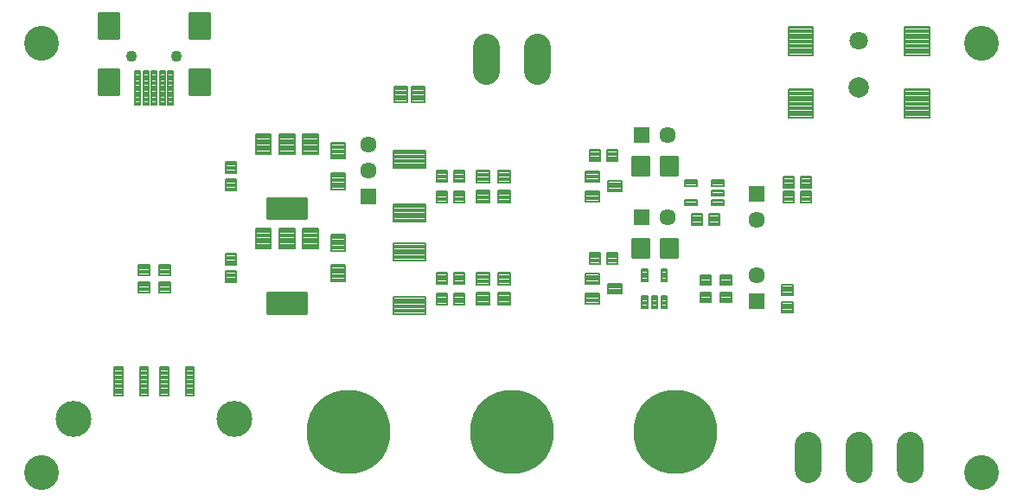
<source format=gts>
G75*
G70*
%OFA0B0*%
%FSLAX24Y24*%
%IPPOS*%
%LPD*%
%AMOC8*
5,1,8,0,0,1.08239X$1,22.5*
%
%ADD10C,0.0082*%
%ADD11C,0.0789*%
%ADD12C,0.0710*%
%ADD13C,0.0087*%
%ADD14C,0.0080*%
%ADD15C,0.0434*%
%ADD16C,0.1017*%
%ADD17C,0.0080*%
%ADD18C,0.0082*%
%ADD19C,0.0081*%
%ADD20C,0.0083*%
%ADD21C,0.0082*%
%ADD22C,0.3230*%
%ADD23C,0.0083*%
%ADD24C,0.1386*%
%ADD25C,0.1340*%
%ADD26C,0.0080*%
%ADD27R,0.0635X0.0635*%
%ADD28C,0.0635*%
%ADD29C,0.0085*%
D10*
X035385Y021558D02*
X036327Y021558D01*
X036327Y020458D01*
X035385Y020458D01*
X035385Y021558D01*
X035385Y020539D02*
X036327Y020539D01*
X036327Y020620D02*
X035385Y020620D01*
X035385Y020701D02*
X036327Y020701D01*
X036327Y020782D02*
X035385Y020782D01*
X035385Y020863D02*
X036327Y020863D01*
X036327Y020944D02*
X035385Y020944D01*
X035385Y021025D02*
X036327Y021025D01*
X036327Y021106D02*
X035385Y021106D01*
X035385Y021187D02*
X036327Y021187D01*
X036327Y021268D02*
X035385Y021268D01*
X035385Y021349D02*
X036327Y021349D01*
X036327Y021430D02*
X035385Y021430D01*
X035385Y021511D02*
X036327Y021511D01*
X036327Y023960D02*
X035385Y023960D01*
X036327Y023960D02*
X036327Y022860D01*
X035385Y022860D01*
X035385Y023960D01*
X035385Y022941D02*
X036327Y022941D01*
X036327Y023022D02*
X035385Y023022D01*
X035385Y023103D02*
X036327Y023103D01*
X036327Y023184D02*
X035385Y023184D01*
X035385Y023265D02*
X036327Y023265D01*
X036327Y023346D02*
X035385Y023346D01*
X035385Y023427D02*
X036327Y023427D01*
X036327Y023508D02*
X035385Y023508D01*
X035385Y023589D02*
X036327Y023589D01*
X036327Y023670D02*
X035385Y023670D01*
X035385Y023751D02*
X036327Y023751D01*
X036327Y023832D02*
X035385Y023832D01*
X035385Y023913D02*
X036327Y023913D01*
X039873Y023960D02*
X040815Y023960D01*
X040815Y022860D01*
X039873Y022860D01*
X039873Y023960D01*
X039873Y022941D02*
X040815Y022941D01*
X040815Y023022D02*
X039873Y023022D01*
X039873Y023103D02*
X040815Y023103D01*
X040815Y023184D02*
X039873Y023184D01*
X039873Y023265D02*
X040815Y023265D01*
X040815Y023346D02*
X039873Y023346D01*
X039873Y023427D02*
X040815Y023427D01*
X040815Y023508D02*
X039873Y023508D01*
X039873Y023589D02*
X040815Y023589D01*
X040815Y023670D02*
X039873Y023670D01*
X039873Y023751D02*
X040815Y023751D01*
X040815Y023832D02*
X039873Y023832D01*
X039873Y023913D02*
X040815Y023913D01*
X040815Y021558D02*
X039873Y021558D01*
X040815Y021558D02*
X040815Y020458D01*
X039873Y020458D01*
X039873Y021558D01*
X039873Y020539D02*
X040815Y020539D01*
X040815Y020620D02*
X039873Y020620D01*
X039873Y020701D02*
X040815Y020701D01*
X040815Y020782D02*
X039873Y020782D01*
X039873Y020863D02*
X040815Y020863D01*
X040815Y020944D02*
X039873Y020944D01*
X039873Y021025D02*
X040815Y021025D01*
X040815Y021106D02*
X039873Y021106D01*
X039873Y021187D02*
X040815Y021187D01*
X040815Y021268D02*
X039873Y021268D01*
X039873Y021349D02*
X040815Y021349D01*
X040815Y021430D02*
X039873Y021430D01*
X039873Y021511D02*
X040815Y021511D01*
D11*
X038100Y021638D03*
D12*
X038100Y023410D03*
D13*
X016798Y017353D02*
X015308Y017353D01*
X016798Y017353D02*
X016798Y016573D01*
X015308Y016573D01*
X015308Y017353D01*
X015308Y016659D02*
X016798Y016659D01*
X016798Y016745D02*
X015308Y016745D01*
X015308Y016831D02*
X016798Y016831D01*
X016798Y016917D02*
X015308Y016917D01*
X015308Y017003D02*
X016798Y017003D01*
X016798Y017089D02*
X015308Y017089D01*
X015308Y017175D02*
X016798Y017175D01*
X016798Y017261D02*
X015308Y017261D01*
X015308Y017347D02*
X016798Y017347D01*
X016798Y013711D02*
X015308Y013711D01*
X016798Y013711D02*
X016798Y012931D01*
X015308Y012931D01*
X015308Y013711D01*
X015308Y013017D02*
X016798Y013017D01*
X016798Y013103D02*
X015308Y013103D01*
X015308Y013189D02*
X016798Y013189D01*
X016798Y013275D02*
X015308Y013275D01*
X015308Y013361D02*
X016798Y013361D01*
X016798Y013447D02*
X015308Y013447D01*
X015308Y013533D02*
X016798Y013533D01*
X016798Y013619D02*
X015308Y013619D01*
X015308Y013705D02*
X016798Y013705D01*
X013077Y022334D02*
X012297Y022334D01*
X013077Y022334D02*
X013077Y021356D01*
X012297Y021356D01*
X012297Y022334D01*
X012297Y021442D02*
X013077Y021442D01*
X013077Y021528D02*
X012297Y021528D01*
X012297Y021614D02*
X013077Y021614D01*
X013077Y021700D02*
X012297Y021700D01*
X012297Y021786D02*
X013077Y021786D01*
X013077Y021872D02*
X012297Y021872D01*
X012297Y021958D02*
X013077Y021958D01*
X013077Y022044D02*
X012297Y022044D01*
X012297Y022130D02*
X013077Y022130D01*
X013077Y022216D02*
X012297Y022216D01*
X012297Y022302D02*
X013077Y022302D01*
X013077Y024499D02*
X012297Y024499D01*
X013077Y024499D02*
X013077Y023521D01*
X012297Y023521D01*
X012297Y024499D01*
X012297Y023607D02*
X013077Y023607D01*
X013077Y023693D02*
X012297Y023693D01*
X012297Y023779D02*
X013077Y023779D01*
X013077Y023865D02*
X012297Y023865D01*
X012297Y023951D02*
X013077Y023951D01*
X013077Y024037D02*
X012297Y024037D01*
X012297Y024123D02*
X013077Y024123D01*
X013077Y024209D02*
X012297Y024209D01*
X012297Y024295D02*
X013077Y024295D01*
X013077Y024381D02*
X012297Y024381D01*
X012297Y024467D02*
X013077Y024467D01*
X009573Y024499D02*
X008793Y024499D01*
X009573Y024499D02*
X009573Y023521D01*
X008793Y023521D01*
X008793Y024499D01*
X008793Y023607D02*
X009573Y023607D01*
X009573Y023693D02*
X008793Y023693D01*
X008793Y023779D02*
X009573Y023779D01*
X009573Y023865D02*
X008793Y023865D01*
X008793Y023951D02*
X009573Y023951D01*
X009573Y024037D02*
X008793Y024037D01*
X008793Y024123D02*
X009573Y024123D01*
X009573Y024209D02*
X008793Y024209D01*
X008793Y024295D02*
X009573Y024295D01*
X009573Y024381D02*
X008793Y024381D01*
X008793Y024467D02*
X009573Y024467D01*
X009573Y022334D02*
X008793Y022334D01*
X009573Y022334D02*
X009573Y021356D01*
X008793Y021356D01*
X008793Y022334D01*
X008793Y021442D02*
X009573Y021442D01*
X009573Y021528D02*
X008793Y021528D01*
X008793Y021614D02*
X009573Y021614D01*
X009573Y021700D02*
X008793Y021700D01*
X008793Y021786D02*
X009573Y021786D01*
X009573Y021872D02*
X008793Y021872D01*
X008793Y021958D02*
X009573Y021958D01*
X009573Y022044D02*
X008793Y022044D01*
X008793Y022130D02*
X009573Y022130D01*
X009573Y022216D02*
X008793Y022216D01*
X008793Y022302D02*
X009573Y022302D01*
D14*
X010207Y022257D02*
X010403Y022257D01*
X010403Y020959D01*
X010207Y020959D01*
X010207Y022257D01*
X010207Y021038D02*
X010403Y021038D01*
X010403Y021117D02*
X010207Y021117D01*
X010207Y021196D02*
X010403Y021196D01*
X010403Y021275D02*
X010207Y021275D01*
X010207Y021354D02*
X010403Y021354D01*
X010403Y021433D02*
X010207Y021433D01*
X010207Y021512D02*
X010403Y021512D01*
X010403Y021591D02*
X010207Y021591D01*
X010207Y021670D02*
X010403Y021670D01*
X010403Y021749D02*
X010207Y021749D01*
X010207Y021828D02*
X010403Y021828D01*
X010403Y021907D02*
X010207Y021907D01*
X010207Y021986D02*
X010403Y021986D01*
X010403Y022065D02*
X010207Y022065D01*
X010207Y022144D02*
X010403Y022144D01*
X010403Y022223D02*
X010207Y022223D01*
X010522Y022257D02*
X010718Y022257D01*
X010718Y020959D01*
X010522Y020959D01*
X010522Y022257D01*
X010522Y021038D02*
X010718Y021038D01*
X010718Y021117D02*
X010522Y021117D01*
X010522Y021196D02*
X010718Y021196D01*
X010718Y021275D02*
X010522Y021275D01*
X010522Y021354D02*
X010718Y021354D01*
X010718Y021433D02*
X010522Y021433D01*
X010522Y021512D02*
X010718Y021512D01*
X010718Y021591D02*
X010522Y021591D01*
X010522Y021670D02*
X010718Y021670D01*
X010718Y021749D02*
X010522Y021749D01*
X010522Y021828D02*
X010718Y021828D01*
X010718Y021907D02*
X010522Y021907D01*
X010522Y021986D02*
X010718Y021986D01*
X010718Y022065D02*
X010522Y022065D01*
X010522Y022144D02*
X010718Y022144D01*
X010718Y022223D02*
X010522Y022223D01*
X010837Y022257D02*
X011033Y022257D01*
X011033Y020959D01*
X010837Y020959D01*
X010837Y022257D01*
X010837Y021038D02*
X011033Y021038D01*
X011033Y021117D02*
X010837Y021117D01*
X010837Y021196D02*
X011033Y021196D01*
X011033Y021275D02*
X010837Y021275D01*
X010837Y021354D02*
X011033Y021354D01*
X011033Y021433D02*
X010837Y021433D01*
X010837Y021512D02*
X011033Y021512D01*
X011033Y021591D02*
X010837Y021591D01*
X010837Y021670D02*
X011033Y021670D01*
X011033Y021749D02*
X010837Y021749D01*
X010837Y021828D02*
X011033Y021828D01*
X011033Y021907D02*
X010837Y021907D01*
X010837Y021986D02*
X011033Y021986D01*
X011033Y022065D02*
X010837Y022065D01*
X010837Y022144D02*
X011033Y022144D01*
X011033Y022223D02*
X010837Y022223D01*
X011152Y022257D02*
X011348Y022257D01*
X011348Y020959D01*
X011152Y020959D01*
X011152Y022257D01*
X011152Y021038D02*
X011348Y021038D01*
X011348Y021117D02*
X011152Y021117D01*
X011152Y021196D02*
X011348Y021196D01*
X011348Y021275D02*
X011152Y021275D01*
X011152Y021354D02*
X011348Y021354D01*
X011348Y021433D02*
X011152Y021433D01*
X011152Y021512D02*
X011348Y021512D01*
X011348Y021591D02*
X011152Y021591D01*
X011152Y021670D02*
X011348Y021670D01*
X011348Y021749D02*
X011152Y021749D01*
X011152Y021828D02*
X011348Y021828D01*
X011348Y021907D02*
X011152Y021907D01*
X011152Y021986D02*
X011348Y021986D01*
X011348Y022065D02*
X011152Y022065D01*
X011152Y022144D02*
X011348Y022144D01*
X011348Y022223D02*
X011152Y022223D01*
X011467Y022257D02*
X011663Y022257D01*
X011663Y020959D01*
X011467Y020959D01*
X011467Y022257D01*
X011467Y021038D02*
X011663Y021038D01*
X011663Y021117D02*
X011467Y021117D01*
X011467Y021196D02*
X011663Y021196D01*
X011663Y021275D02*
X011467Y021275D01*
X011467Y021354D02*
X011663Y021354D01*
X011663Y021433D02*
X011467Y021433D01*
X011467Y021512D02*
X011663Y021512D01*
X011663Y021591D02*
X011467Y021591D01*
X011467Y021670D02*
X011663Y021670D01*
X011663Y021749D02*
X011467Y021749D01*
X011467Y021828D02*
X011663Y021828D01*
X011663Y021907D02*
X011467Y021907D01*
X011467Y021986D02*
X011663Y021986D01*
X011663Y022065D02*
X011467Y022065D01*
X011467Y022144D02*
X011663Y022144D01*
X011663Y022223D02*
X011467Y022223D01*
D15*
X011801Y022829D03*
X010069Y022829D03*
D16*
X023730Y023179D02*
X023730Y022242D01*
X025699Y022242D02*
X025699Y023179D01*
X036132Y007864D02*
X036132Y006927D01*
X038100Y006927D02*
X038100Y007864D01*
X040069Y007864D02*
X040069Y006927D01*
D17*
X017253Y016194D02*
X016663Y016194D01*
X017253Y016194D02*
X017253Y015408D01*
X016663Y015408D01*
X016663Y016194D01*
X016663Y015487D02*
X017253Y015487D01*
X017253Y015566D02*
X016663Y015566D01*
X016663Y015645D02*
X017253Y015645D01*
X017253Y015724D02*
X016663Y015724D01*
X016663Y015803D02*
X017253Y015803D01*
X017253Y015882D02*
X016663Y015882D01*
X016663Y015961D02*
X017253Y015961D01*
X017253Y016040D02*
X016663Y016040D01*
X016663Y016119D02*
X017253Y016119D01*
X016348Y016194D02*
X015758Y016194D01*
X016348Y016194D02*
X016348Y015408D01*
X015758Y015408D01*
X015758Y016194D01*
X015758Y015487D02*
X016348Y015487D01*
X016348Y015566D02*
X015758Y015566D01*
X015758Y015645D02*
X016348Y015645D01*
X016348Y015724D02*
X015758Y015724D01*
X015758Y015803D02*
X016348Y015803D01*
X016348Y015882D02*
X015758Y015882D01*
X015758Y015961D02*
X016348Y015961D01*
X016348Y016040D02*
X015758Y016040D01*
X015758Y016119D02*
X016348Y016119D01*
X015442Y016194D02*
X014852Y016194D01*
X015442Y016194D02*
X015442Y015408D01*
X014852Y015408D01*
X014852Y016194D01*
X014852Y015487D02*
X015442Y015487D01*
X015442Y015566D02*
X014852Y015566D01*
X014852Y015645D02*
X015442Y015645D01*
X015442Y015724D02*
X014852Y015724D01*
X014852Y015803D02*
X015442Y015803D01*
X015442Y015882D02*
X014852Y015882D01*
X014852Y015961D02*
X015442Y015961D01*
X015442Y016040D02*
X014852Y016040D01*
X014852Y016119D02*
X015442Y016119D01*
X015442Y019836D02*
X014852Y019836D01*
X015442Y019836D02*
X015442Y019050D01*
X014852Y019050D01*
X014852Y019836D01*
X014852Y019129D02*
X015442Y019129D01*
X015442Y019208D02*
X014852Y019208D01*
X014852Y019287D02*
X015442Y019287D01*
X015442Y019366D02*
X014852Y019366D01*
X014852Y019445D02*
X015442Y019445D01*
X015442Y019524D02*
X014852Y019524D01*
X014852Y019603D02*
X015442Y019603D01*
X015442Y019682D02*
X014852Y019682D01*
X014852Y019761D02*
X015442Y019761D01*
X015758Y019836D02*
X016348Y019836D01*
X016348Y019050D01*
X015758Y019050D01*
X015758Y019836D01*
X015758Y019129D02*
X016348Y019129D01*
X016348Y019208D02*
X015758Y019208D01*
X015758Y019287D02*
X016348Y019287D01*
X016348Y019366D02*
X015758Y019366D01*
X015758Y019445D02*
X016348Y019445D01*
X016348Y019524D02*
X015758Y019524D01*
X015758Y019603D02*
X016348Y019603D01*
X016348Y019682D02*
X015758Y019682D01*
X015758Y019761D02*
X016348Y019761D01*
X016663Y019836D02*
X017253Y019836D01*
X017253Y019050D01*
X016663Y019050D01*
X016663Y019836D01*
X016663Y019129D02*
X017253Y019129D01*
X017253Y019208D02*
X016663Y019208D01*
X016663Y019287D02*
X017253Y019287D01*
X017253Y019366D02*
X016663Y019366D01*
X016663Y019445D02*
X017253Y019445D01*
X017253Y019524D02*
X016663Y019524D01*
X016663Y019603D02*
X017253Y019603D01*
X017253Y019682D02*
X016663Y019682D01*
X016663Y019761D02*
X017253Y019761D01*
D18*
X017747Y019501D02*
X017747Y018873D01*
X017747Y019501D02*
X018295Y019501D01*
X018295Y018873D01*
X017747Y018873D01*
X017747Y018954D02*
X018295Y018954D01*
X018295Y019035D02*
X017747Y019035D01*
X017747Y019116D02*
X018295Y019116D01*
X018295Y019197D02*
X017747Y019197D01*
X017747Y019278D02*
X018295Y019278D01*
X018295Y019359D02*
X017747Y019359D01*
X017747Y019440D02*
X018295Y019440D01*
X018295Y018320D02*
X018295Y017692D01*
X017747Y017692D01*
X017747Y018320D01*
X018295Y018320D01*
X018295Y017773D02*
X017747Y017773D01*
X017747Y017854D02*
X018295Y017854D01*
X018295Y017935D02*
X017747Y017935D01*
X017747Y018016D02*
X018295Y018016D01*
X018295Y018097D02*
X017747Y018097D01*
X017747Y018178D02*
X018295Y018178D01*
X018295Y018259D02*
X017747Y018259D01*
X017747Y015958D02*
X017747Y015330D01*
X017747Y015958D02*
X018295Y015958D01*
X018295Y015330D01*
X017747Y015330D01*
X017747Y015411D02*
X018295Y015411D01*
X018295Y015492D02*
X017747Y015492D01*
X017747Y015573D02*
X018295Y015573D01*
X018295Y015654D02*
X017747Y015654D01*
X017747Y015735D02*
X018295Y015735D01*
X018295Y015816D02*
X017747Y015816D01*
X017747Y015897D02*
X018295Y015897D01*
X018295Y014777D02*
X018295Y014149D01*
X017747Y014149D01*
X017747Y014777D01*
X018295Y014777D01*
X018295Y014230D02*
X017747Y014230D01*
X017747Y014311D02*
X018295Y014311D01*
X018295Y014392D02*
X017747Y014392D01*
X017747Y014473D02*
X018295Y014473D01*
X018295Y014554D02*
X017747Y014554D01*
X017747Y014635D02*
X018295Y014635D01*
X018295Y014716D02*
X017747Y014716D01*
D19*
X013691Y014778D02*
X013691Y015210D01*
X014085Y015210D01*
X014085Y014778D01*
X013691Y014778D01*
X013691Y014858D02*
X014085Y014858D01*
X014085Y014938D02*
X013691Y014938D01*
X013691Y015018D02*
X014085Y015018D01*
X014085Y015098D02*
X013691Y015098D01*
X013691Y015178D02*
X014085Y015178D01*
X013691Y014541D02*
X013691Y014109D01*
X013691Y014541D02*
X014085Y014541D01*
X014085Y014109D01*
X013691Y014109D01*
X013691Y014189D02*
X014085Y014189D01*
X014085Y014269D02*
X013691Y014269D01*
X013691Y014349D02*
X014085Y014349D01*
X014085Y014429D02*
X013691Y014429D01*
X013691Y014509D02*
X014085Y014509D01*
X011545Y014403D02*
X011545Y014797D01*
X011545Y014403D02*
X011113Y014403D01*
X011113Y014797D01*
X011545Y014797D01*
X011545Y014483D02*
X011113Y014483D01*
X011113Y014563D02*
X011545Y014563D01*
X011545Y014643D02*
X011113Y014643D01*
X011113Y014723D02*
X011545Y014723D01*
X010757Y014797D02*
X010757Y014403D01*
X010325Y014403D01*
X010325Y014797D01*
X010757Y014797D01*
X010757Y014483D02*
X010325Y014483D01*
X010325Y014563D02*
X010757Y014563D01*
X010757Y014643D02*
X010325Y014643D01*
X010325Y014723D02*
X010757Y014723D01*
X010757Y014128D02*
X010757Y013734D01*
X010325Y013734D01*
X010325Y014128D01*
X010757Y014128D01*
X010757Y013814D02*
X010325Y013814D01*
X010325Y013894D02*
X010757Y013894D01*
X010757Y013974D02*
X010325Y013974D01*
X010325Y014054D02*
X010757Y014054D01*
X011545Y014128D02*
X011545Y013734D01*
X011113Y013734D01*
X011113Y014128D01*
X011545Y014128D01*
X011545Y013814D02*
X011113Y013814D01*
X011113Y013894D02*
X011545Y013894D01*
X011545Y013974D02*
X011113Y013974D01*
X011113Y014054D02*
X011545Y014054D01*
X013691Y017652D02*
X013691Y018084D01*
X014085Y018084D01*
X014085Y017652D01*
X013691Y017652D01*
X013691Y017732D02*
X014085Y017732D01*
X014085Y017812D02*
X013691Y017812D01*
X013691Y017892D02*
X014085Y017892D01*
X014085Y017972D02*
X013691Y017972D01*
X013691Y018052D02*
X014085Y018052D01*
X013691Y018321D02*
X013691Y018753D01*
X014085Y018753D01*
X014085Y018321D01*
X013691Y018321D01*
X013691Y018401D02*
X014085Y018401D01*
X014085Y018481D02*
X013691Y018481D01*
X013691Y018561D02*
X014085Y018561D01*
X014085Y018641D02*
X013691Y018641D01*
X013691Y018721D02*
X014085Y018721D01*
X021820Y017987D02*
X022214Y017987D01*
X021820Y017987D02*
X021820Y018419D01*
X022214Y018419D01*
X022214Y017987D01*
X022214Y018067D02*
X021820Y018067D01*
X021820Y018147D02*
X022214Y018147D01*
X022214Y018227D02*
X021820Y018227D01*
X021820Y018307D02*
X022214Y018307D01*
X022214Y018387D02*
X021820Y018387D01*
X022490Y017987D02*
X022884Y017987D01*
X022490Y017987D02*
X022490Y018419D01*
X022884Y018419D01*
X022884Y017987D01*
X022884Y018067D02*
X022490Y018067D01*
X022490Y018147D02*
X022884Y018147D01*
X022884Y018227D02*
X022490Y018227D01*
X022490Y018307D02*
X022884Y018307D01*
X022884Y018387D02*
X022490Y018387D01*
X022490Y017199D02*
X022884Y017199D01*
X022490Y017199D02*
X022490Y017631D01*
X022884Y017631D01*
X022884Y017199D01*
X022884Y017279D02*
X022490Y017279D01*
X022490Y017359D02*
X022884Y017359D01*
X022884Y017439D02*
X022490Y017439D01*
X022490Y017519D02*
X022884Y017519D01*
X022884Y017599D02*
X022490Y017599D01*
X022214Y017199D02*
X021820Y017199D01*
X021820Y017631D01*
X022214Y017631D01*
X022214Y017199D01*
X022214Y017279D02*
X021820Y017279D01*
X021820Y017359D02*
X022214Y017359D01*
X022214Y017439D02*
X021820Y017439D01*
X021820Y017519D02*
X022214Y017519D01*
X022214Y017599D02*
X021820Y017599D01*
X021820Y014050D02*
X022214Y014050D01*
X021820Y014050D02*
X021820Y014482D01*
X022214Y014482D01*
X022214Y014050D01*
X022214Y014130D02*
X021820Y014130D01*
X021820Y014210D02*
X022214Y014210D01*
X022214Y014290D02*
X021820Y014290D01*
X021820Y014370D02*
X022214Y014370D01*
X022214Y014450D02*
X021820Y014450D01*
X022490Y014050D02*
X022884Y014050D01*
X022490Y014050D02*
X022490Y014482D01*
X022884Y014482D01*
X022884Y014050D01*
X022884Y014130D02*
X022490Y014130D01*
X022490Y014210D02*
X022884Y014210D01*
X022884Y014290D02*
X022490Y014290D01*
X022490Y014370D02*
X022884Y014370D01*
X022884Y014450D02*
X022490Y014450D01*
X022490Y013262D02*
X022884Y013262D01*
X022490Y013262D02*
X022490Y013694D01*
X022884Y013694D01*
X022884Y013262D01*
X022884Y013342D02*
X022490Y013342D01*
X022490Y013422D02*
X022884Y013422D01*
X022884Y013502D02*
X022490Y013502D01*
X022490Y013582D02*
X022884Y013582D01*
X022884Y013662D02*
X022490Y013662D01*
X022214Y013262D02*
X021820Y013262D01*
X021820Y013694D01*
X022214Y013694D01*
X022214Y013262D01*
X022214Y013342D02*
X021820Y013342D01*
X021820Y013422D02*
X022214Y013422D01*
X022214Y013502D02*
X021820Y013502D01*
X021820Y013582D02*
X022214Y013582D01*
X022214Y013662D02*
X021820Y013662D01*
X027550Y013695D02*
X027550Y013301D01*
X027550Y013695D02*
X028100Y013695D01*
X028100Y013301D01*
X027550Y013301D01*
X027550Y013381D02*
X028100Y013381D01*
X028100Y013461D02*
X027550Y013461D01*
X027550Y013541D02*
X028100Y013541D01*
X028100Y013621D02*
X027550Y013621D01*
X027550Y014049D02*
X027550Y014443D01*
X028100Y014443D01*
X028100Y014049D01*
X027550Y014049D01*
X027550Y014129D02*
X028100Y014129D01*
X028100Y014209D02*
X027550Y014209D01*
X027550Y014289D02*
X028100Y014289D01*
X028100Y014369D02*
X027550Y014369D01*
X027726Y015269D02*
X028120Y015269D01*
X028120Y014837D01*
X027726Y014837D01*
X027726Y015269D01*
X027726Y014917D02*
X028120Y014917D01*
X028120Y014997D02*
X027726Y014997D01*
X027726Y015077D02*
X028120Y015077D01*
X028120Y015157D02*
X027726Y015157D01*
X027726Y015237D02*
X028120Y015237D01*
X028395Y015269D02*
X028789Y015269D01*
X028789Y014837D01*
X028395Y014837D01*
X028395Y015269D01*
X028395Y014917D02*
X028789Y014917D01*
X028789Y014997D02*
X028395Y014997D01*
X028395Y015077D02*
X028789Y015077D01*
X028789Y015157D02*
X028395Y015157D01*
X028395Y015237D02*
X028789Y015237D01*
X028416Y014069D02*
X028416Y013675D01*
X028416Y014069D02*
X028966Y014069D01*
X028966Y013675D01*
X028416Y013675D01*
X028416Y013755D02*
X028966Y013755D01*
X028966Y013835D02*
X028416Y013835D01*
X028416Y013915D02*
X028966Y013915D01*
X028966Y013995D02*
X028416Y013995D01*
X032411Y014010D02*
X032411Y014404D01*
X032411Y014010D02*
X031979Y014010D01*
X031979Y014404D01*
X032411Y014404D01*
X032411Y014090D02*
X031979Y014090D01*
X031979Y014170D02*
X032411Y014170D01*
X032411Y014250D02*
X031979Y014250D01*
X031979Y014330D02*
X032411Y014330D01*
X033198Y014404D02*
X033198Y014010D01*
X032766Y014010D01*
X032766Y014404D01*
X033198Y014404D01*
X033198Y014090D02*
X032766Y014090D01*
X032766Y014170D02*
X033198Y014170D01*
X033198Y014250D02*
X032766Y014250D01*
X032766Y014330D02*
X033198Y014330D01*
X033198Y013734D02*
X033198Y013340D01*
X032766Y013340D01*
X032766Y013734D01*
X033198Y013734D01*
X033198Y013420D02*
X032766Y013420D01*
X032766Y013500D02*
X033198Y013500D01*
X033198Y013580D02*
X032766Y013580D01*
X032766Y013660D02*
X033198Y013660D01*
X032411Y013734D02*
X032411Y013340D01*
X031979Y013340D01*
X031979Y013734D01*
X032411Y013734D01*
X032411Y013420D02*
X031979Y013420D01*
X031979Y013500D02*
X032411Y013500D01*
X032411Y013580D02*
X031979Y013580D01*
X031979Y013660D02*
X032411Y013660D01*
X035560Y013616D02*
X035560Y014010D01*
X035560Y013616D02*
X035128Y013616D01*
X035128Y014010D01*
X035560Y014010D01*
X035560Y013696D02*
X035128Y013696D01*
X035128Y013776D02*
X035560Y013776D01*
X035560Y013856D02*
X035128Y013856D01*
X035128Y013936D02*
X035560Y013936D01*
X035560Y013341D02*
X035560Y012947D01*
X035128Y012947D01*
X035128Y013341D01*
X035560Y013341D01*
X035560Y013027D02*
X035128Y013027D01*
X035128Y013107D02*
X035560Y013107D01*
X035560Y013187D02*
X035128Y013187D01*
X035128Y013267D02*
X035560Y013267D01*
X032726Y016746D02*
X032332Y016746D01*
X032726Y016746D02*
X032726Y016314D01*
X032332Y016314D01*
X032332Y016746D01*
X032332Y016394D02*
X032726Y016394D01*
X032726Y016474D02*
X032332Y016474D01*
X032332Y016554D02*
X032726Y016554D01*
X032726Y016634D02*
X032332Y016634D01*
X032332Y016714D02*
X032726Y016714D01*
X032057Y016746D02*
X031663Y016746D01*
X032057Y016746D02*
X032057Y016314D01*
X031663Y016314D01*
X031663Y016746D01*
X031663Y016394D02*
X032057Y016394D01*
X032057Y016474D02*
X031663Y016474D01*
X031663Y016554D02*
X032057Y016554D01*
X032057Y016634D02*
X031663Y016634D01*
X031663Y016714D02*
X032057Y016714D01*
X035206Y017199D02*
X035600Y017199D01*
X035206Y017199D02*
X035206Y017631D01*
X035600Y017631D01*
X035600Y017199D01*
X035600Y017279D02*
X035206Y017279D01*
X035206Y017359D02*
X035600Y017359D01*
X035600Y017439D02*
X035206Y017439D01*
X035206Y017519D02*
X035600Y017519D01*
X035600Y017599D02*
X035206Y017599D01*
X035206Y017741D02*
X035600Y017741D01*
X035206Y017741D02*
X035206Y018173D01*
X035600Y018173D01*
X035600Y017741D01*
X035600Y017821D02*
X035206Y017821D01*
X035206Y017901D02*
X035600Y017901D01*
X035600Y017981D02*
X035206Y017981D01*
X035206Y018061D02*
X035600Y018061D01*
X035600Y018141D02*
X035206Y018141D01*
X035876Y017741D02*
X036270Y017741D01*
X035876Y017741D02*
X035876Y018173D01*
X036270Y018173D01*
X036270Y017741D01*
X036270Y017821D02*
X035876Y017821D01*
X035876Y017901D02*
X036270Y017901D01*
X036270Y017981D02*
X035876Y017981D01*
X035876Y018061D02*
X036270Y018061D01*
X036270Y018141D02*
X035876Y018141D01*
X035876Y017199D02*
X036270Y017199D01*
X035876Y017199D02*
X035876Y017631D01*
X036270Y017631D01*
X036270Y017199D01*
X036270Y017279D02*
X035876Y017279D01*
X035876Y017359D02*
X036270Y017359D01*
X036270Y017439D02*
X035876Y017439D01*
X035876Y017519D02*
X036270Y017519D01*
X036270Y017599D02*
X035876Y017599D01*
X028416Y017612D02*
X028416Y018006D01*
X028966Y018006D01*
X028966Y017612D01*
X028416Y017612D01*
X028416Y017692D02*
X028966Y017692D01*
X028966Y017772D02*
X028416Y017772D01*
X028416Y017852D02*
X028966Y017852D01*
X028966Y017932D02*
X028416Y017932D01*
X027550Y017986D02*
X027550Y018380D01*
X028100Y018380D01*
X028100Y017986D01*
X027550Y017986D01*
X027550Y018066D02*
X028100Y018066D01*
X028100Y018146D02*
X027550Y018146D01*
X027550Y018226D02*
X028100Y018226D01*
X028100Y018306D02*
X027550Y018306D01*
X027726Y019206D02*
X028120Y019206D01*
X028120Y018774D01*
X027726Y018774D01*
X027726Y019206D01*
X027726Y018854D02*
X028120Y018854D01*
X028120Y018934D02*
X027726Y018934D01*
X027726Y019014D02*
X028120Y019014D01*
X028120Y019094D02*
X027726Y019094D01*
X027726Y019174D02*
X028120Y019174D01*
X028395Y019206D02*
X028789Y019206D01*
X028789Y018774D01*
X028395Y018774D01*
X028395Y019206D01*
X028395Y018854D02*
X028789Y018854D01*
X028789Y018934D02*
X028395Y018934D01*
X028395Y019014D02*
X028789Y019014D01*
X028789Y019094D02*
X028395Y019094D01*
X028395Y019174D02*
X028789Y019174D01*
X027550Y017632D02*
X027550Y017238D01*
X027550Y017632D02*
X028100Y017632D01*
X028100Y017238D01*
X027550Y017238D01*
X027550Y017318D02*
X028100Y017318D01*
X028100Y017398D02*
X027550Y017398D01*
X027550Y017478D02*
X028100Y017478D01*
X028100Y017558D02*
X027550Y017558D01*
D20*
X024674Y017650D02*
X024674Y017180D01*
X024204Y017180D01*
X024204Y017650D01*
X024674Y017650D01*
X024674Y017262D02*
X024204Y017262D01*
X024204Y017344D02*
X024674Y017344D01*
X024674Y017426D02*
X024204Y017426D01*
X024204Y017508D02*
X024674Y017508D01*
X024674Y017590D02*
X024204Y017590D01*
X023847Y017650D02*
X023847Y017180D01*
X023377Y017180D01*
X023377Y017650D01*
X023847Y017650D01*
X023847Y017262D02*
X023377Y017262D01*
X023377Y017344D02*
X023847Y017344D01*
X023847Y017426D02*
X023377Y017426D01*
X023377Y017508D02*
X023847Y017508D01*
X023847Y017590D02*
X023377Y017590D01*
X023847Y017968D02*
X023847Y018438D01*
X023847Y017968D02*
X023377Y017968D01*
X023377Y018438D01*
X023847Y018438D01*
X023847Y018050D02*
X023377Y018050D01*
X023377Y018132D02*
X023847Y018132D01*
X023847Y018214D02*
X023377Y018214D01*
X023377Y018296D02*
X023847Y018296D01*
X023847Y018378D02*
X023377Y018378D01*
X024674Y018438D02*
X024674Y017968D01*
X024204Y017968D01*
X024204Y018438D01*
X024674Y018438D01*
X024674Y018050D02*
X024204Y018050D01*
X024204Y018132D02*
X024674Y018132D01*
X024674Y018214D02*
X024204Y018214D01*
X024204Y018296D02*
X024674Y018296D01*
X024674Y018378D02*
X024204Y018378D01*
X021367Y021058D02*
X020857Y021058D01*
X020857Y021646D01*
X021367Y021646D01*
X021367Y021058D01*
X021367Y021140D02*
X020857Y021140D01*
X020857Y021222D02*
X021367Y021222D01*
X021367Y021304D02*
X020857Y021304D01*
X020857Y021386D02*
X021367Y021386D01*
X021367Y021468D02*
X020857Y021468D01*
X020857Y021550D02*
X021367Y021550D01*
X021367Y021632D02*
X020857Y021632D01*
X020698Y021058D02*
X020188Y021058D01*
X020188Y021646D01*
X020698Y021646D01*
X020698Y021058D01*
X020698Y021140D02*
X020188Y021140D01*
X020188Y021222D02*
X020698Y021222D01*
X020698Y021304D02*
X020188Y021304D01*
X020188Y021386D02*
X020698Y021386D01*
X020698Y021468D02*
X020188Y021468D01*
X020188Y021550D02*
X020698Y021550D01*
X020698Y021632D02*
X020188Y021632D01*
X023847Y014501D02*
X023847Y014031D01*
X023377Y014031D01*
X023377Y014501D01*
X023847Y014501D01*
X023847Y014113D02*
X023377Y014113D01*
X023377Y014195D02*
X023847Y014195D01*
X023847Y014277D02*
X023377Y014277D01*
X023377Y014359D02*
X023847Y014359D01*
X023847Y014441D02*
X023377Y014441D01*
X024674Y014501D02*
X024674Y014031D01*
X024204Y014031D01*
X024204Y014501D01*
X024674Y014501D01*
X024674Y014113D02*
X024204Y014113D01*
X024204Y014195D02*
X024674Y014195D01*
X024674Y014277D02*
X024204Y014277D01*
X024204Y014359D02*
X024674Y014359D01*
X024674Y014441D02*
X024204Y014441D01*
X024674Y013713D02*
X024674Y013243D01*
X024204Y013243D01*
X024204Y013713D01*
X024674Y013713D01*
X024674Y013325D02*
X024204Y013325D01*
X024204Y013407D02*
X024674Y013407D01*
X024674Y013489D02*
X024204Y013489D01*
X024204Y013571D02*
X024674Y013571D01*
X024674Y013653D02*
X024204Y013653D01*
X023847Y013713D02*
X023847Y013243D01*
X023377Y013243D01*
X023377Y013713D01*
X023847Y013713D01*
X023847Y013325D02*
X023377Y013325D01*
X023377Y013407D02*
X023847Y013407D01*
X023847Y013489D02*
X023377Y013489D01*
X023377Y013571D02*
X023847Y013571D01*
X023847Y013653D02*
X023377Y013653D01*
D21*
X021396Y013567D02*
X021396Y012901D01*
X020158Y012901D01*
X020158Y013567D01*
X021396Y013567D01*
X021396Y012982D02*
X020158Y012982D01*
X020158Y013063D02*
X021396Y013063D01*
X021396Y013144D02*
X020158Y013144D01*
X020158Y013225D02*
X021396Y013225D01*
X021396Y013306D02*
X020158Y013306D01*
X020158Y013387D02*
X021396Y013387D01*
X021396Y013468D02*
X020158Y013468D01*
X020158Y013549D02*
X021396Y013549D01*
X021396Y014964D02*
X021396Y015630D01*
X021396Y014964D02*
X020158Y014964D01*
X020158Y015630D01*
X021396Y015630D01*
X021396Y015045D02*
X020158Y015045D01*
X020158Y015126D02*
X021396Y015126D01*
X021396Y015207D02*
X020158Y015207D01*
X020158Y015288D02*
X021396Y015288D01*
X021396Y015369D02*
X020158Y015369D01*
X020158Y015450D02*
X021396Y015450D01*
X021396Y015531D02*
X020158Y015531D01*
X020158Y015612D02*
X021396Y015612D01*
X021396Y016445D02*
X021396Y017111D01*
X021396Y016445D02*
X020158Y016445D01*
X020158Y017111D01*
X021396Y017111D01*
X021396Y016526D02*
X020158Y016526D01*
X020158Y016607D02*
X021396Y016607D01*
X021396Y016688D02*
X020158Y016688D01*
X020158Y016769D02*
X021396Y016769D01*
X021396Y016850D02*
X020158Y016850D01*
X020158Y016931D02*
X021396Y016931D01*
X021396Y017012D02*
X020158Y017012D01*
X020158Y017093D02*
X021396Y017093D01*
X021396Y018508D02*
X021396Y019174D01*
X021396Y018508D02*
X020158Y018508D01*
X020158Y019174D01*
X021396Y019174D01*
X021396Y018589D02*
X020158Y018589D01*
X020158Y018670D02*
X021396Y018670D01*
X021396Y018751D02*
X020158Y018751D01*
X020158Y018832D02*
X021396Y018832D01*
X021396Y018913D02*
X020158Y018913D01*
X020158Y018994D02*
X021396Y018994D01*
X021396Y019075D02*
X020158Y019075D01*
X020158Y019156D02*
X021396Y019156D01*
D22*
X018415Y008360D03*
X024714Y008360D03*
X031014Y008360D03*
D23*
X012469Y009759D02*
X012157Y009759D01*
X012157Y010867D01*
X012469Y010867D01*
X012469Y009759D01*
X012469Y009841D02*
X012157Y009841D01*
X012157Y009923D02*
X012469Y009923D01*
X012469Y010005D02*
X012157Y010005D01*
X012157Y010087D02*
X012469Y010087D01*
X012469Y010169D02*
X012157Y010169D01*
X012157Y010251D02*
X012469Y010251D01*
X012469Y010333D02*
X012157Y010333D01*
X012157Y010415D02*
X012469Y010415D01*
X012469Y010497D02*
X012157Y010497D01*
X012157Y010579D02*
X012469Y010579D01*
X012469Y010661D02*
X012157Y010661D01*
X012157Y010743D02*
X012469Y010743D01*
X012469Y010825D02*
X012157Y010825D01*
X011485Y009759D02*
X011173Y009759D01*
X011173Y010867D01*
X011485Y010867D01*
X011485Y009759D01*
X011485Y009841D02*
X011173Y009841D01*
X011173Y009923D02*
X011485Y009923D01*
X011485Y010005D02*
X011173Y010005D01*
X011173Y010087D02*
X011485Y010087D01*
X011485Y010169D02*
X011173Y010169D01*
X011173Y010251D02*
X011485Y010251D01*
X011485Y010333D02*
X011173Y010333D01*
X011173Y010415D02*
X011485Y010415D01*
X011485Y010497D02*
X011173Y010497D01*
X011173Y010579D02*
X011485Y010579D01*
X011485Y010661D02*
X011173Y010661D01*
X011173Y010743D02*
X011485Y010743D01*
X011485Y010825D02*
X011173Y010825D01*
X010697Y009759D02*
X010385Y009759D01*
X010385Y010867D01*
X010697Y010867D01*
X010697Y009759D01*
X010697Y009841D02*
X010385Y009841D01*
X010385Y009923D02*
X010697Y009923D01*
X010697Y010005D02*
X010385Y010005D01*
X010385Y010087D02*
X010697Y010087D01*
X010697Y010169D02*
X010385Y010169D01*
X010385Y010251D02*
X010697Y010251D01*
X010697Y010333D02*
X010385Y010333D01*
X010385Y010415D02*
X010697Y010415D01*
X010697Y010497D02*
X010385Y010497D01*
X010385Y010579D02*
X010697Y010579D01*
X010697Y010661D02*
X010385Y010661D01*
X010385Y010743D02*
X010697Y010743D01*
X010697Y010825D02*
X010385Y010825D01*
X009713Y009759D02*
X009401Y009759D01*
X009401Y010867D01*
X009713Y010867D01*
X009713Y009759D01*
X009713Y009841D02*
X009401Y009841D01*
X009401Y009923D02*
X009713Y009923D01*
X009713Y010005D02*
X009401Y010005D01*
X009401Y010087D02*
X009713Y010087D01*
X009713Y010169D02*
X009401Y010169D01*
X009401Y010251D02*
X009713Y010251D01*
X009713Y010333D02*
X009401Y010333D01*
X009401Y010415D02*
X009713Y010415D01*
X009713Y010497D02*
X009401Y010497D01*
X009401Y010579D02*
X009713Y010579D01*
X009713Y010661D02*
X009401Y010661D01*
X009401Y010743D02*
X009713Y010743D01*
X009713Y010825D02*
X009401Y010825D01*
D24*
X007844Y008852D03*
X014025Y008852D03*
D25*
X006604Y006786D03*
X006604Y023321D03*
X042825Y023321D03*
X042825Y006786D03*
D26*
X030708Y013124D02*
X030492Y013124D01*
X030492Y013596D01*
X030708Y013596D01*
X030708Y013124D01*
X030708Y013203D02*
X030492Y013203D01*
X030492Y013282D02*
X030708Y013282D01*
X030708Y013361D02*
X030492Y013361D01*
X030492Y013440D02*
X030708Y013440D01*
X030708Y013519D02*
X030492Y013519D01*
X030334Y013124D02*
X030118Y013124D01*
X030118Y013596D01*
X030334Y013596D01*
X030334Y013124D01*
X030334Y013203D02*
X030118Y013203D01*
X030118Y013282D02*
X030334Y013282D01*
X030334Y013361D02*
X030118Y013361D01*
X030118Y013440D02*
X030334Y013440D01*
X030334Y013519D02*
X030118Y013519D01*
X029960Y013124D02*
X029744Y013124D01*
X029744Y013596D01*
X029960Y013596D01*
X029960Y013124D01*
X029960Y013203D02*
X029744Y013203D01*
X029744Y013282D02*
X029960Y013282D01*
X029960Y013361D02*
X029744Y013361D01*
X029744Y013440D02*
X029960Y013440D01*
X029960Y013519D02*
X029744Y013519D01*
X029744Y014148D02*
X029960Y014148D01*
X029744Y014148D02*
X029744Y014620D01*
X029960Y014620D01*
X029960Y014148D01*
X029960Y014227D02*
X029744Y014227D01*
X029744Y014306D02*
X029960Y014306D01*
X029960Y014385D02*
X029744Y014385D01*
X029744Y014464D02*
X029960Y014464D01*
X029960Y014543D02*
X029744Y014543D01*
X030492Y014148D02*
X030708Y014148D01*
X030492Y014148D02*
X030492Y014620D01*
X030708Y014620D01*
X030708Y014148D01*
X030708Y014227D02*
X030492Y014227D01*
X030492Y014306D02*
X030708Y014306D01*
X030708Y014385D02*
X030492Y014385D01*
X030492Y014464D02*
X030708Y014464D01*
X030708Y014543D02*
X030492Y014543D01*
X031870Y017081D02*
X031870Y017297D01*
X031870Y017081D02*
X031398Y017081D01*
X031398Y017297D01*
X031870Y017297D01*
X031870Y017160D02*
X031398Y017160D01*
X031398Y017239D02*
X031870Y017239D01*
X032893Y017297D02*
X032893Y017081D01*
X032421Y017081D01*
X032421Y017297D01*
X032893Y017297D01*
X032893Y017160D02*
X032421Y017160D01*
X032421Y017239D02*
X032893Y017239D01*
X032893Y017455D02*
X032893Y017671D01*
X032893Y017455D02*
X032421Y017455D01*
X032421Y017671D01*
X032893Y017671D01*
X032893Y017534D02*
X032421Y017534D01*
X032421Y017613D02*
X032893Y017613D01*
X032893Y017829D02*
X032893Y018045D01*
X032893Y017829D02*
X032421Y017829D01*
X032421Y018045D01*
X032893Y018045D01*
X032893Y017908D02*
X032421Y017908D01*
X032421Y017987D02*
X032893Y017987D01*
X031870Y018045D02*
X031870Y017829D01*
X031398Y017829D01*
X031398Y018045D01*
X031870Y018045D01*
X031870Y017908D02*
X031398Y017908D01*
X031398Y017987D02*
X031870Y017987D01*
D27*
X034163Y017522D03*
X029726Y016628D03*
X029726Y019778D03*
X019203Y017415D03*
X034163Y013372D03*
D28*
X034163Y014372D03*
X034163Y016522D03*
X030726Y016628D03*
X030726Y019778D03*
X019203Y019415D03*
X019203Y018415D03*
D29*
X029353Y018244D02*
X029979Y018244D01*
X029353Y018244D02*
X029353Y018950D01*
X029979Y018950D01*
X029979Y018244D01*
X029979Y018328D02*
X029353Y018328D01*
X029353Y018412D02*
X029979Y018412D01*
X029979Y018496D02*
X029353Y018496D01*
X029353Y018580D02*
X029979Y018580D01*
X029979Y018664D02*
X029353Y018664D01*
X029353Y018748D02*
X029979Y018748D01*
X029979Y018832D02*
X029353Y018832D01*
X029353Y018916D02*
X029979Y018916D01*
X030473Y018244D02*
X031099Y018244D01*
X030473Y018244D02*
X030473Y018950D01*
X031099Y018950D01*
X031099Y018244D01*
X031099Y018328D02*
X030473Y018328D01*
X030473Y018412D02*
X031099Y018412D01*
X031099Y018496D02*
X030473Y018496D01*
X030473Y018580D02*
X031099Y018580D01*
X031099Y018664D02*
X030473Y018664D01*
X030473Y018748D02*
X031099Y018748D01*
X031099Y018832D02*
X030473Y018832D01*
X030473Y018916D02*
X031099Y018916D01*
X031099Y015094D02*
X030473Y015094D01*
X030473Y015800D01*
X031099Y015800D01*
X031099Y015094D01*
X031099Y015178D02*
X030473Y015178D01*
X030473Y015262D02*
X031099Y015262D01*
X031099Y015346D02*
X030473Y015346D01*
X030473Y015430D02*
X031099Y015430D01*
X031099Y015514D02*
X030473Y015514D01*
X030473Y015598D02*
X031099Y015598D01*
X031099Y015682D02*
X030473Y015682D01*
X030473Y015766D02*
X031099Y015766D01*
X029979Y015094D02*
X029353Y015094D01*
X029353Y015800D01*
X029979Y015800D01*
X029979Y015094D01*
X029979Y015178D02*
X029353Y015178D01*
X029353Y015262D02*
X029979Y015262D01*
X029979Y015346D02*
X029353Y015346D01*
X029353Y015430D02*
X029979Y015430D01*
X029979Y015514D02*
X029353Y015514D01*
X029353Y015598D02*
X029979Y015598D01*
X029979Y015682D02*
X029353Y015682D01*
X029353Y015766D02*
X029979Y015766D01*
M02*

</source>
